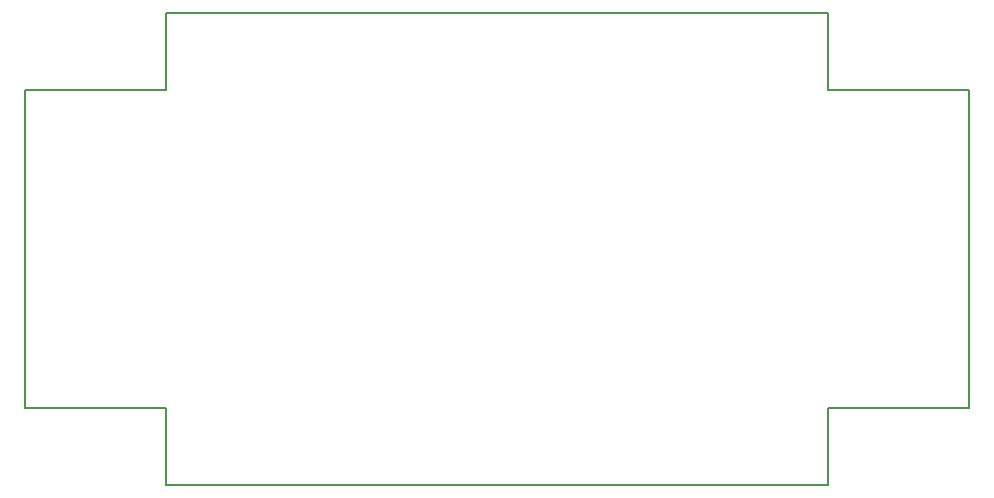
<source format=gbr>
G04 #@! TF.GenerationSoftware,KiCad,Pcbnew,5.0.1*
G04 #@! TF.CreationDate,2019-03-19T18:21:43+03:00*
G04 #@! TF.ProjectId,gps-timestamper,6770732D74696D657374616D7065722E,rev?*
G04 #@! TF.SameCoordinates,Original*
G04 #@! TF.FileFunction,Profile,NP*
%FSLAX46Y46*%
G04 Gerber Fmt 4.6, Leading zero omitted, Abs format (unit mm)*
G04 Created by KiCad (PCBNEW 5.0.1) date Вт 19 мар 2019 18:21:43*
%MOMM*%
%LPD*%
G01*
G04 APERTURE LIST*
%ADD10C,0.150000*%
G04 APERTURE END LIST*
D10*
X23000000Y-29500000D02*
X35000000Y-29500000D01*
X23000000Y-56500000D02*
X23000000Y-29500000D01*
X35000000Y-56500000D02*
X23000000Y-56500000D01*
X91000000Y-56500000D02*
X91000000Y-63000000D01*
X103000000Y-56500000D02*
X91000000Y-56500000D01*
X103000000Y-29500000D02*
X103000000Y-56500000D01*
X91000000Y-29500000D02*
X103000000Y-29500000D01*
X91000000Y-23000000D02*
X91000000Y-29500000D01*
X35000000Y-63000000D02*
X35000000Y-56500000D01*
X35000000Y-23000000D02*
X35000000Y-29500000D01*
X35000000Y-63000000D02*
X91000000Y-63000000D01*
X35000000Y-23000000D02*
X91000000Y-23000000D01*
M02*

</source>
